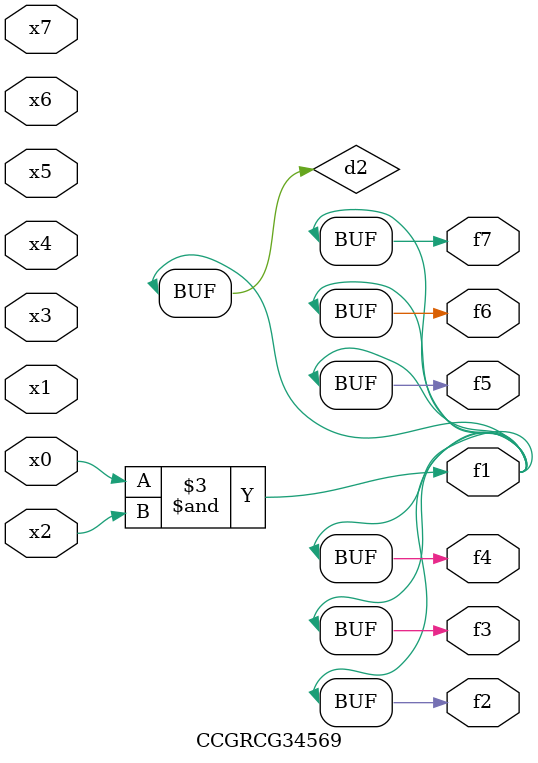
<source format=v>
module CCGRCG34569(
	input x0, x1, x2, x3, x4, x5, x6, x7,
	output f1, f2, f3, f4, f5, f6, f7
);

	wire d1, d2;

	nor (d1, x3, x6);
	and (d2, x0, x2);
	assign f1 = d2;
	assign f2 = d2;
	assign f3 = d2;
	assign f4 = d2;
	assign f5 = d2;
	assign f6 = d2;
	assign f7 = d2;
endmodule

</source>
